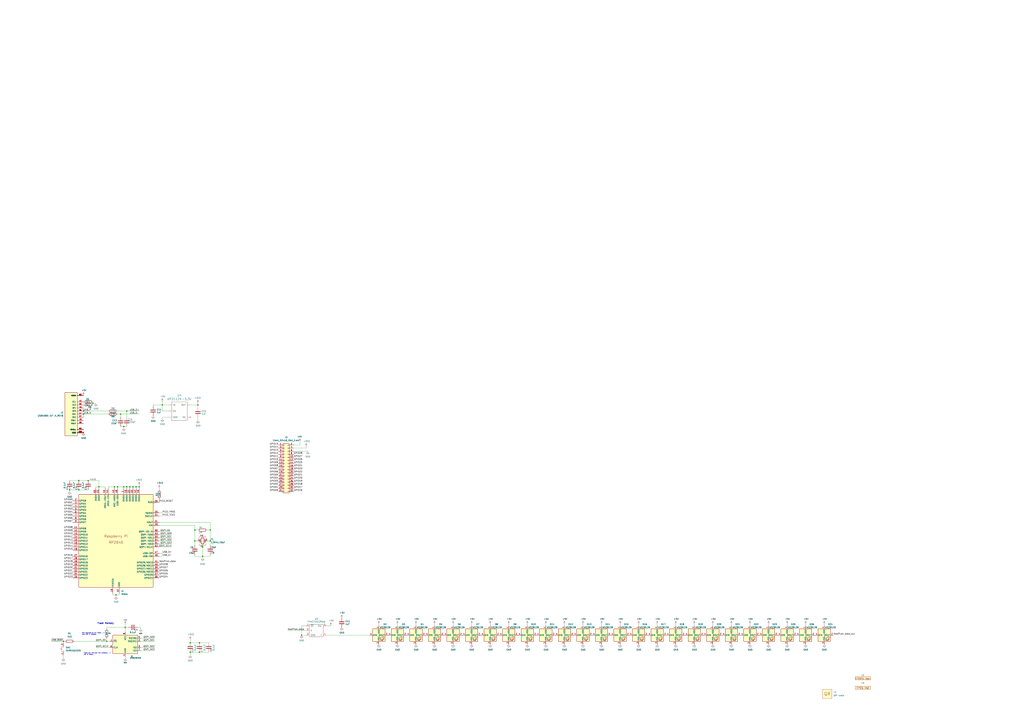
<source format=kicad_sch>
(kicad_sch (version 20250114) (generator "eeschema") (generator_version "9.0")
  (paper "A1")
  (title_block (title "IO module") (date "2024-05-22") (rev "1.5.0") (company "EVAbits") (comment 1 "H.A. Bogerman & H.M. Hongerkamp"))
  (text "Flash Memory" (at 80.01 513.08 0) (effects (font (size 1.27 1.27) (thickness 0.254) (bold yes)) (justify left bottom)))
  (text "Not required by all Flash. ->\nUse 10K if needed." (at 67.31 521.97 0) (effects (font (size 0.8 0.8)) (justify left bottom)))
  (text "There are JVS and FVS versions. ->\nJVS is faster." (at 68.58 538.48 0) (effects (font (size 0.8 0.8)) (justify left bottom)))
  (junction (at 68.58 340.36))
  (junction (at 104.14 400.05))
  (junction (at 172.72 444.5))
  (junction (at 163.83 535.94))
  (junction (at 114.3 400.05))
  (junction (at 96.52 400.05))
  (junction (at 93.98 400.05))
  (junction (at 104.14 337.82))
  (junction (at 162.56 332.74))
  (junction (at 68.58 337.82))
  (junction (at 109.22 400.05))
  (junction (at 172.72 435.61))
  (junction (at 106.68 400.05))
  (junction (at 166.37 449.58))
  (junction (at 247.65 521.97))
  (junction (at 160.02 435.61))
  (junction (at 166.37 457.2))
  (junction (at 81.28 400.05))
  (junction (at 64.77 394.97))
  (junction (at 160.02 444.5))
  (junction (at 133.35 332.74))
  (junction (at 76.2 331.47))
  (junction (at 102.87 515.62))
  (junction (at 52.07 527.05))
  (junction (at 68.58 355.6))
  (junction (at 87.63 527.05))
  (junction (at 163.83 528.32))
  (junction (at 101.6 400.05))
  (junction (at 101.6 350.52))
  (junction (at 72.39 394.97))
  (junction (at 156.21 528.32))
  (junction (at 156.21 535.94))
  (junction (at 57.15 402.59))
  (junction (at 95.25 488.95))
  (junction (at 64.77 402.59))
  (junction (at 111.76 400.05))
  (junction (at 99.06 340.36))
  (wire (pts (xy 615.95 513.08) (xy 615.95 514.35)))
  (wire (pts (xy 156.21 535.94) (xy 156.21 538.48)))
  (wire (pts (xy 106.68 400.05) (xy 109.22 400.05)))
  (wire (pts (xy 251.46 368.3) (xy 251.46 367.03)))
  (wire (pts (xy 64.77 402.59) (xy 72.39 402.59)))
  (wire (pts (xy 102.87 515.62) (xy 105.41 515.62)))
  (wire (pts (xy 130.81 447.04) (xy 140.97 447.04)))
  (wire (pts (xy 372.11 513.08) (xy 372.11 514.35)))
  (wire (pts (xy 130.81 449.58) (xy 140.97 449.58)))
  (wire (pts (xy 156.21 332.74) (xy 162.56 332.74)))
  (wire (pts (xy 60.96 527.05) (xy 87.63 527.05)))
  (wire (pts (xy 166.37 458.47) (xy 166.37 457.2)))
  (wire (pts (xy 417.83 513.08) (xy 417.83 514.35)))
  (wire (pts (xy 96.52 400.05) (xy 101.6 400.05)))
  (wire (pts (xy 102.87 513.08) (xy 102.87 515.62)))
  (wire (pts (xy 68.58 340.36) (xy 88.9 340.36)))
  (wire (pts (xy 68.58 335.28) (xy 68.58 337.82)))
  (wire (pts (xy 52.07 527.05) (xy 52.07 528.32)))
  (wire (pts (xy 570.23 513.08) (xy 570.23 514.35)))
  (wire (pts (xy 86.36 400.05) (xy 81.28 400.05)))
  (wire (pts (xy 162.56 345.44) (xy 162.56 342.9)))
  (wire (pts (xy 387.35 513.08) (xy 387.35 514.35)))
  (wire (pts (xy 247.65 521.97) (xy 251.46 521.97)))
  (wire (pts (xy 172.72 457.2) (xy 172.72 455.93)))
  (wire (pts (xy 172.72 444.5) (xy 172.72 435.61)))
  (wire (pts (xy 115.57 534.67) (xy 127 534.67)))
  (wire (pts (xy 104.14 350.52) (xy 101.6 350.52)))
  (wire (pts (xy 133.35 332.74) (xy 133.35 337.82)))
  (wire (pts (xy 166.37 439.42) (xy 166.37 449.58)))
  (wire (pts (xy 109.22 400.05) (xy 111.76 400.05)))
  (wire (pts (xy 160.02 457.2) (xy 160.02 455.93)))
  (wire (pts (xy 341.63 513.08) (xy 341.63 514.35)))
  (wire (pts (xy 102.87 515.62) (xy 102.87 519.43)))
  (wire (pts (xy 78.74 400.05) (xy 78.74 401.32)))
  (wire (pts (xy 130.81 410.21) (xy 130.81 412.75)))
  (wire (pts (xy 524.51 513.08) (xy 524.51 514.35)))
  (wire (pts (xy 162.56 435.61) (xy 160.02 435.61)))
  (wire (pts (xy 631.19 513.08) (xy 631.19 514.35)))
  (wire (pts (xy 133.35 344.17) (xy 133.35 342.9)))
  (wire (pts (xy 52.07 538.48) (xy 52.07 541.02)))
  (wire (pts (xy 241.3 368.3) (xy 251.46 368.3)))
  (wire (pts (xy 463.55 513.08) (xy 463.55 514.35)))
  (wire (pts (xy 130.81 439.42) (xy 140.97 439.42)))
  (wire (pts (xy 101.6 350.52) (xy 99.06 350.52)))
  (wire (pts (xy 133.35 337.82) (xy 138.43 337.82)))
  (wire (pts (xy 87.63 527.05) (xy 90.17 527.05)))
  (wire (pts (xy 160.02 457.2) (xy 166.37 457.2)))
  (wire (pts (xy 78.74 532.13) (xy 90.17 532.13)))
  (wire (pts (xy 101.6 350.52) (xy 101.6 351.79)))
  (wire (pts (xy 102.87 539.75) (xy 102.87 541.02)))
  (wire (pts (xy 133.35 332.74) (xy 138.43 332.74)))
  (wire (pts (xy 236.22 518.16) (xy 251.46 518.16)))
  (wire (pts (xy 267.97 514.35) (xy 271.78 514.35)))
  (wire (pts (xy 109.22 400.05) (xy 109.22 401.32)))
  (wire (pts (xy 160.02 444.5) (xy 160.02 448.31)))
  (wire (pts (xy 600.71 513.08) (xy 600.71 514.35)))
  (wire (pts (xy 78.74 331.47) (xy 76.2 331.47)))
  (wire (pts (xy 172.72 448.31) (xy 172.72 444.5)))
  (wire (pts (xy 99.06 340.36) (xy 96.52 340.36)))
  (wire (pts (xy 133.35 342.9) (xy 138.43 342.9)))
  (wire (pts (xy 101.6 400.05) (xy 104.14 400.05)))
  (wire (pts (xy 64.77 394.97) (xy 72.39 394.97)))
  (wire (pts (xy 72.39 394.97) (xy 81.28 394.97)))
  (wire (pts (xy 356.87 513.08) (xy 356.87 514.35)))
  (wire (pts (xy 104.14 337.82) (xy 96.52 337.82)))
  (wire (pts (xy 101.6 400.05) (xy 101.6 401.32)))
  (wire (pts (xy 87.63 516.89) (xy 87.63 515.62)))
  (wire (pts (xy 41.91 527.05) (xy 52.07 527.05)))
  (wire (pts (xy 111.76 400.05) (xy 114.3 400.05)))
  (wire (pts (xy 171.45 528.32) (xy 163.83 528.32)))
  (wire (pts (xy 115.57 524.51) (xy 127 524.51)))
  (wire (pts (xy 81.28 394.97) (xy 81.28 400.05)))
  (wire (pts (xy 93.98 400.05) (xy 93.98 401.32)))
  (wire (pts (xy 87.63 515.62) (xy 102.87 515.62)))
  (wire (pts (xy 57.15 402.59) (xy 64.77 402.59)))
  (wire (pts (xy 133.35 330.2) (xy 133.35 332.74)))
  (wire (pts (xy 76.2 331.47) (xy 76.2 332.74)))
  (wire (pts (xy 676.91 513.08) (xy 676.91 514.35)))
  (wire (pts (xy 97.79 487.68) (xy 97.79 488.95)))
  (wire (pts (xy 130.81 441.96) (xy 140.97 441.96)))
  (wire (pts (xy 95.25 488.95) (xy 92.71 488.95)))
  (wire (pts (xy 81.28 400.05) (xy 78.74 400.05)))
  (wire (pts (xy 661.67 513.08) (xy 661.67 514.35)))
  (wire (pts (xy 104.14 400.05) (xy 106.68 400.05)))
  (wire (pts (xy 163.83 535.94) (xy 156.21 535.94)))
  (wire (pts (xy 166.37 449.58) (xy 166.37 457.2)))
  (wire (pts (xy 68.58 337.82) (xy 88.9 337.82)))
  (wire (pts (xy 114.3 337.82) (xy 104.14 337.82)))
  (wire (pts (xy 114.3 400.05) (xy 114.3 401.32)))
  (wire (pts (xy 156.21 528.32) (xy 163.83 528.32)))
  (wire (pts (xy 251.46 514.35) (xy 247.65 514.35)))
  (wire (pts (xy 133.35 424.18) (xy 130.81 424.18)))
  (wire (pts (xy 93.98 400.05) (xy 96.52 400.05)))
  (wire (pts (xy 170.18 444.5) (xy 172.72 444.5)))
  (wire (pts (xy 76.2 331.47) (xy 76.2 330.2)))
  (wire (pts (xy 113.03 515.62) (xy 115.57 515.62)))
  (wire (pts (xy 86.36 401.32) (xy 86.36 400.05)))
  (wire (pts (xy 104.14 400.05) (xy 104.14 401.32)))
  (wire (pts (xy 246.38 365.76) (xy 246.38 363.22)))
  (wire (pts (xy 99.06 340.36) (xy 99.06 342.9)))
  (wire (pts (xy 162.56 444.5) (xy 160.02 444.5)))
  (wire (pts (xy 111.76 400.05) (xy 111.76 401.32)))
  (wire (pts (xy 133.35 421.64) (xy 130.81 421.64)))
  (wire (pts (xy 494.03 513.08) (xy 494.03 514.35)))
  (wire (pts (xy 130.81 401.32) (xy 130.81 402.59)))
  (wire (pts (xy 585.47 513.08) (xy 585.47 514.35)))
  (wire (pts (xy 509.27 513.08) (xy 509.27 514.35)))
  (wire (pts (xy 68.58 340.36) (xy 68.58 342.9)))
  (wire (pts (xy 92.71 488.95) (xy 92.71 487.68)))
  (wire (pts (xy 88.9 401.32) (xy 88.9 400.05)))
  (wire (pts (xy 130.81 436.88) (xy 139.7 436.88)))
  (wire (pts (xy 125.73 332.74) (xy 133.35 332.74)))
  (wire (pts (xy 87.63 524.51) (xy 87.63 527.05)))
  (wire (pts (xy 448.31 513.08) (xy 448.31 514.35)))
  (wire (pts (xy 57.15 402.59) (xy 57.15 403.86)))
  (wire (pts (xy 170.18 435.61) (xy 172.72 435.61)))
  (wire (pts (xy 95.25 490.22) (xy 95.25 488.95)))
  (wire (pts (xy 125.73 334.01) (xy 125.73 332.74)))
  (wire (pts (xy 114.3 340.36) (xy 99.06 340.36)))
  (wire (pts (xy 130.81 431.8) (xy 160.02 431.8)))
  (wire (pts (xy 171.45 535.94) (xy 163.83 535.94)))
  (wire (pts (xy 433.07 513.08) (xy 433.07 514.35)))
  (wire (pts (xy 114.3 398.78) (xy 114.3 400.05)))
  (wire (pts (xy 115.57 532.13) (xy 127 532.13)))
  (wire (pts (xy 96.52 400.05) (xy 96.52 401.32)))
  (wire (pts (xy 267.97 521.97) (xy 303.53 521.97)))
  (wire (pts (xy 104.14 337.82) (xy 104.14 342.9)))
  (wire (pts (xy 106.68 400.05) (xy 106.68 401.32)))
  (wire (pts (xy 130.81 454.66) (xy 133.35 454.66)))
  (wire (pts (xy 156.21 525.78) (xy 156.21 528.32)))
  (wire (pts (xy 162.56 331.47) (xy 162.56 332.74)))
  (wire (pts (xy 68.58 353.06) (xy 68.58 355.6)))
  (wire (pts (xy 97.79 488.95) (xy 95.25 488.95)))
  (wire (pts (xy 160.02 435.61) (xy 160.02 444.5)))
  (wire (pts (xy 115.57 515.62) (xy 115.57 516.89)))
  (wire (pts (xy 162.56 332.74) (xy 162.56 335.28)))
  (wire (pts (xy 646.43 513.08) (xy 646.43 514.35)))
  (wire (pts (xy 166.37 457.2) (xy 172.72 457.2)))
  (wire (pts (xy 247.65 514.35) (xy 247.65 521.97)))
  (wire (pts (xy 172.72 435.61) (xy 172.72 429.26)))
  (wire (pts (xy 478.79 513.08) (xy 478.79 514.35)))
  (wire (pts (xy 241.3 370.84) (xy 252.73 370.84)))
  (wire (pts (xy 81.28 400.05) (xy 81.28 401.32)))
  (wire (pts (xy 130.81 429.26) (xy 172.72 429.26)))
  (wire (pts (xy 52.07 527.05) (xy 53.34 527.05)))
  (wire (pts (xy 241.3 365.76) (xy 246.38 365.76)))
  (wire (pts (xy 402.59 513.08) (xy 402.59 514.35)))
  (wire (pts (xy 115.57 527.05) (xy 127 527.05)))
  (wire (pts (xy 539.75 513.08) (xy 539.75 514.35)))
  (wire (pts (xy 554.99 513.08) (xy 554.99 514.35)))
  (wire (pts (xy 88.9 400.05) (xy 93.98 400.05)))
  (wire (pts (xy 326.39 513.08) (xy 326.39 514.35)))
  (wire (pts (xy 160.02 435.61) (xy 160.02 431.8)))
  (wire (pts (xy 311.15 513.08) (xy 311.15 514.35)))
  (wire (pts (xy 130.81 444.5) (xy 140.97 444.5)))
  (wire (pts (xy 57.15 394.97) (xy 64.77 394.97)))
  (wire (pts (xy 130.81 457.2) (xy 133.35 457.2)))
  (label "GPIO13" (at 59.69 447.04 180))
  (label "GPIO15" (at 228.6 365.76 180))
  (label "GPIO27" (at 130.81 467.36 0))
  (label "GPIO08" (at 228.6 383.54 180))
  (label "GPIO22" (at 59.69 472.44 180))
  (label "GPIO24" (at 241.3 383.54 0))
  (label "+1v1" (at 73.66 394.97 0))
  (label "GPIO02" (at 59.69 416.56 180))
  (label "USB_D-" (at 114.3 340.36 180))
  (label "GPIO04" (at 228.6 393.7 180))
  (label "PICO_RESET" (at 130.81 412.75 0))
  (label "QSPI_SS" (at 139.7 436.88 180) (effects (font (italic yes))))
  (label "GPIO25" (at 130.81 472.44 0))
  (label "GPIO09" (at 59.69 436.88 180))
  (label "GPIO26" (at 241.3 378.46 0))
  (label "GPIO27" (at 241.3 375.92 0))
  (label "PICO_TCKS" (at 133.35 424.18 0))
  (label "USB_D-" (at 133.35 457.2 0))
  (label "GPIO00" (at 228.6 403.86 180))
  (label "GPIO01" (at 228.6 401.32 180))
  (label "GPIO11" (at 59.69 441.96 180))
  (label "GPIO05" (at 59.69 424.18 180))
  (label "GPIO14" (at 228.6 368.3 180))
  (label "PICO_TMSS" (at 133.35 421.64 0))
  (label "QSPI_SD0" (at 140.97 439.42 180) (effects (font (italic yes))))
  (label "QSPI_SD2" (at 140.97 444.5 180) (effects (font (italic yes))))
  (label "QSPI_SD2" (at 127 532.13 180) (effects (font (italic yes))))
  (label "GPIO22" (at 241.3 388.62 0))
  (label "GPIO25" (at 241.3 381 0))
  (label "USB_D+" (at 133.35 454.66 0))
  (label "GPIO21" (at 241.3 391.16 0))
  (label "QSPI_SCLK" (at 78.74 532.13 0) (effects (font (italic yes))))
  (label "USB_P" (at 68.58 337.82 0))
  (label "GPIO09" (at 228.6 381 180))
  (label "GPIO16" (at 241.3 403.86 0))
  (label "GPIO04" (at 59.69 421.64 180))
  (label "GPIO11" (at 228.6 375.92 180))
  (label "GPIO10" (at 59.69 439.42 180))
  (label "GPIO19" (at 241.3 396.24 0))
  (label "GPIO02" (at 228.6 398.78 180))
  (label "GPIO03" (at 59.69 419.1 180))
  (label "GPIO18" (at 241.3 398.78 0))
  (label "GPIO26" (at 130.81 469.9 0))
  (label "USB_N" (at 68.58 340.36 0))
  (label "GPIO00" (at 59.69 411.48 180))
  (label "QSPI_SCLK" (at 140.97 449.58 180) (effects (font (italic yes))))
  (label "GPIO06" (at 59.69 426.72 180))
  (label "GPIO13" (at 228.6 370.84 180))
  (label "GPIO23" (at 59.69 474.98 180))
  (label "GPIO23" (at 241.3 386.08 0))
  (label "GPIO28" (at 241.3 373.38 0))
  (label "GPIO17" (at 241.3 401.32 0))
  (label "GPIO20" (at 241.3 393.7 0))
  (label "NeoPixel_data_out" (at 684.53 521.97 0))
  (label "GPIO17" (at 59.69 459.74 180))
  (label "QSPI_SD3" (at 127 534.67 180) (effects (font (italic yes))))
  (label "GPIO28" (at 130.81 464.82 0))
  (label "GPIO21" (at 59.69 469.9 180))
  (label "GPIO16" (at 59.69 457.2 180))
  (label "GPIO12" (at 228.6 373.38 180))
  (label "GPIO01" (at 59.69 414.02 180))
  (label "GPIO10" (at 228.6 378.46 180))
  (label "GPIO20" (at 59.69 467.36 180))
  (label "GPIO06" (at 228.6 388.62 180))
  (label "GPIO03" (at 228.6 396.24 180))
  (label "NeoPixel_data" (at 130.81 462.28 0))
  (label "GPIO24" (at 130.81 474.98 0))
  (label "GPIO19" (at 59.69 464.82 180))
  (label "USB_D+" (at 114.3 337.82 180))
  (label "GPIO18" (at 59.69 462.28 180))
  (label "NeoPixel_data" (at 236.22 518.16 0))
  (label "GPIO08" (at 59.69 434.34 180))
  (label "~{USB_BOOT}" (at 52.07 527.05 180))
  (label "GPIO14" (at 59.69 449.58 180))
  (label "QSPI_SS" (at 78.74 527.05 0) (effects (font (italic yes))))
  (label "QSPI_SD3" (at 140.97 447.04 180) (effects (font (italic yes))))
  (label "GPIO05" (at 228.6 391.16 180))
  (label "GPIO07" (at 59.69 429.26 180))
  (label "QSPI_SD1" (at 127 527.05 180) (effects (font (italic yes))))
  (label "GPIO15" (at 59.69 452.12 180))
  (label "GPIO07" (at 228.6 386.08 180))
  (label "QSPI_SD0" (at 127 524.51 180) (effects (font (italic yes))))
  (label "QSPI_SD1" (at 140.97 441.96 180) (effects (font (italic yes))))
  (label "GPIO12" (at 59.69 444.5 180))
  (symbol (lib_id "_EVAbits_Powermanagement_ICs:AP2112K-3.3V") (at 148.59 337.82 0) (unit 1)
    (property "Reference" "U4" (at 147.32 324.866 0) (effects (font (size 1.778 1.778))))
    (property "Value" "AP2112K-3.3V" (at 147.32 327.9394 0) (effects (font (size 1.778 1.778))))
    (property "Footprint" "Package_TO_SOT_SMD:TSOT-23-5" (effects (hide yes)))
  )
  (symbol (lib_id "power:+5V") (at 68.58 325.12 0) (unit 1)
    (property "Reference" "#PWR023" (effects (hide yes)))
    (property "Value" "+5V" (at 68.961 320.7258 0))
  )
  (symbol (lib_id "LED:WS2812B") (at 570.23 521.97 0) (unit 1)
    (property "Reference" "D19" (at 575.31 513.08 0))
    (property "Value" "WS2812B" (at 575.31 515.62 0))
    (property "Footprint" "LED_SMD:LED_WS2812B_PLCC4_5.0x5.0mm_P3.2mm" (effects (hide yes)))
    (property "Datasheet" "https://cdn-shop.adafruit.com/datasheets/WS2812B.pdf" (effects (hide yes)))
    (property "Description" "RGB LED with integrated controller" (effects (hide yes)))
  )
  (symbol (lib_id "Device:C") (at 109.22 515.62 270) (mirror x) (unit 1)
    (property "Reference" "C4" (at 111.76 517.525 90))
    (property "Value" "0.1uF" (at 109.22 519.7094 90))
    (property "Footprint" "_EVAbits_Passives:C_0402_1005Metric" (effects (hide yes)))
  )
  (symbol (lib_id "power:GND") (at 433.07 529.59 0) (unit 1)
    (property "Reference" "#PWR047" (effects (hide yes)))
    (property "Value" "GND" (at 433.197 533.9842 0))
  )
  (symbol (lib_id "power:GND") (at 448.31 529.59 0) (unit 1)
    (property "Reference" "#PWR049" (effects (hide yes)))
    (property "Value" "GND" (at 448.437 533.9842 0))
  )
  (symbol (lib_id "power:+5V") (at 463.55 513.08 0) (unit 1)
    (property "Reference" "#PWR050" (effects (hide yes)))
    (property "Value" "+5V" (at 463.931 508.6858 0))
  )
  (symbol (lib_id "power:GND") (at 356.87 529.59 0) (unit 1)
    (property "Reference" "#PWR037" (effects (hide yes)))
    (property "Value" "GND" (at 356.997 533.9842 0))
  )
  (symbol (lib_id "power:+5V") (at 311.15 513.08 0) (unit 1)
    (property "Reference" "#PWR017" (effects (hide yes)))
    (property "Value" "+5V" (at 311.531 508.6858 0))
  )
  (symbol (lib_id "power:GND") (at 162.56 345.44 0) (unit 1)
    (property "Reference" "#PWR032" (effects (hide yes)))
    (property "Value" "GND" (at 162.687 349.8342 0))
  )
  (symbol (lib_id "power:+5V") (at 478.79 513.08 0) (unit 1)
    (property "Reference" "#PWR052" (effects (hide yes)))
    (property "Value" "+5V" (at 479.171 508.6858 0))
  )
  (symbol (lib_id "_EVAbits_Passives:R_0603") (at 72.39 332.74 90) (mirror x) (unit 1)
    (property "Reference" "R6" (at 75.184 334.772 90) (effects (justify left)))
    (property "Value" "5k1" (at 74.168 332.74 90) (effects (justify left)))
    (property "Footprint" "_EVAbits_Passives:R_0603_1608Metric" (effects (hide yes)))
  )
  (symbol (lib_id "power:+5V") (at 133.35 330.2 0) (unit 1)
    (property "Reference" "#PWR029" (effects (hide yes)))
    (property "Value" "+5V" (at 133.731 325.8058 0))
  )
  (symbol (lib_id "power:GND") (at 402.59 529.59 0) (unit 1)
    (property "Reference" "#PWR043" (effects (hide yes)))
    (property "Value" "GND" (at 402.717 533.9842 0))
  )
  (symbol (lib_id "Device:C") (at 72.39 398.78 0) (mirror x) (unit 1)
    (property "Reference" "C3" (at 70.485 401.32 90))
    (property "Value" "0.1uF" (at 68.3006 398.78 90))
    (property "Footprint" "_EVAbits_Passives:C_0402_1005Metric" (effects (hide yes)))
  )
  (symbol (lib_id "_EVAbits_Passives:0.1uF") (at 104.14 346.71 180) (unit 1)
    (property "Reference" "C13" (at 104.775 344.805 0) (effects (justify right)))
    (property "Value" "22pF" (at 106.553 346.837 0) (effects (justify right)))
    (property "Footprint" "_EVAbits_Passives:C_0402_1005Metric" (effects (hide yes)))
  )
  (symbol (lib_id "power:GND") (at 615.95 529.59 0) (unit 1)
    (property "Reference" "#PWR071" (effects (hide yes)))
    (property "Value" "GND" (at 616.077 533.9842 0))
  )
  (symbol (lib_id "power:GND") (at 600.71 529.59 0) (unit 1)
    (property "Reference" "#PWR069" (effects (hide yes)))
    (property "Value" "GND" (at 600.837 533.9842 0))
  )
  (symbol (lib_id "power:GND") (at 661.67 529.59 0) (unit 1)
    (property "Reference" "#PWR077" (effects (hide yes)))
    (property "Value" "GND" (at 661.797 533.9842 0))
  )
  (symbol (lib_id "power:+3V3") (at 102.87 513.08 0) (unit 1)
    (property "Reference" "#PWR04" (effects (hide yes)))
    (property "Value" "+3V3" (at 102.743 509.4478 0) (effects (font (size 0.8 0.8))))
  )
  (symbol (lib_id "_EVAbits_Passives:1uF") (at 162.56 339.09 180) (unit 1)
    (property "Reference" "C15" (at 165.481 337.9216 0) (effects (justify right)))
    (property "Value" "1uF" (at 165.481 340.233 0) (effects (justify right)))
    (property "Footprint" "_EVAbits_Passives:C_0603_1608Metric" (effects (hide yes)))
  )
  (symbol (lib_id "_EVAbits_Connectors:USB4085-GF-A_REVB") (at 58.42 340.36 0) (mirror y) (unit 1)
    (property "Reference" "J2" (at 52.07 339.0899 0) (effects (justify left)))
    (property "Value" "USB4085-GF-A_REVB" (at 52.07 341.6299 0) (effects (justify left)))
    (property "Footprint" "_EVAbits_connectors:GCT_USB4085-GF-A_REVB" (effects (hide yes)))
    (property "MF" "Global Connector Technology" (effects (hide yes)))
    (property "MAXIMUM_PACKAGE_HEIGHT" "3.16mm" (effects (hide yes)))
    (property "Package" "None" (effects (hide yes)))
    (property "Price" "None" (effects (hide yes)))
    (property "Check_prices" "https://www.snapeda.com/parts/USB4085-GF-A/Global+Connector+Technology/view-part/?ref=eda" (effects (hide yes)))
    (property "STANDARD" "Manufacturer Recommendations" (effects (hide yes)))
    (property "PARTREV" "B" (effects (hide yes)))
    (property "SnapEDA_Link" "https://www.snapeda.com/parts/USB4085-GF-A/Global+Connector+Technology/view-part/?ref=snap" (effects (hide yes)))
    (property "Partnumber" "USB4085-GF-A" (effects (hide yes)))
    (property "Purchase-URL" "https://www.snapeda.com/api/url_track_click_mouser/?unipart_id=2780390&manufacturer=Global Connector Technology&part_name=USB4085-GF-A&search_term=usb4085-gf-a" (effects (hide yes)))
    (property "Description_1" "\nUSB-C (USB TYPE-C) USB 2.0 Receptacle Connector 24 (16+8 Dummy) Position Through Hole, Right Angle, low cost, 3.46mm profile, 16 pin, horizontal, Top mount\n" (effects (hide yes)))
    (property "MANUFACTURER" "Global Connector Technology" (effects (hide yes)))
    (property "Availability" "In Stock" (effects (hide yes)))
    (property "SNAPEDA_PN" "USB4085-GF-A" (effects (hide yes)))
  )
  (symbol (lib_name "GND_2") (lib_id "power:GND") (at 52.07 541.02 0) (unit 1)
    (property "Reference" "#PWR01" (effects (hide yes)))
    (property "Value" "GND" (at 52.07 545.465 0))
  )
  (symbol (lib_id "Device:C") (at 163.83 532.13 180) (unit 1)
    (property "Reference" "C7" (at 165.735 534.67 90))
    (property "Value" "0.1uF" (at 167.9194 532.13 90))
    (property "Footprint" "_EVAbits_Passives:C_0402_1005Metric" (effects (hide yes)))
  )
  (symbol (lib_id "power:+5V") (at 661.67 513.08 0) (unit 1)
    (property "Reference" "#PWR076" (effects (hide yes)))
    (property "Value" "+5V" (at 662.051 508.6858 0))
  )
  (symbol (lib_id "_EVAbits_Passives:R_0603") (at 72.39 330.2 90) (mirror x) (unit 1)
    (property "Reference" "R5" (at 73.406 328.168 90) (effects (justify left)))
    (property "Value" "5k1" (at 74.168 330.2 90) (effects (justify left)))
    (property "Footprint" "_EVAbits_Passives:R_0603_1608Metric" (effects (hide yes)))
  )
  (symbol (lib_id "_EVAbits_Passives:0.1uF") (at 99.06 346.71 0) (mirror y) (unit 1)
    (property "Reference" "C12" (at 96.139 345.5416 0) (effects (justify left)))
    (property "Value" "22pF" (at 96.139 347.853 0) (effects (justify left)))
    (property "Footprint" "_EVAbits_Passives:C_0402_1005Metric" (effects (hide yes)))
  )
  (symbol (lib_id "power:+3V3") (at 162.56 331.47 0) (mirror y) (unit 1)
    (property "Reference" "#PWR031" (effects (hide yes)))
    (property "Value" "+3V3" (at 162.179 327.0758 0))
  )
  (symbol (lib_id "Memory_Flash:W25Q128JVS") (at 102.87 529.59 0) (unit 1)
    (property "Reference" "U2" (at 108.204 539.242 0) (effects (font (size 0.8 0.8))))
    (property "Value" "W25Q128JVSIQ" (at 111.252 540.766 0) (effects (font (size 0.8 0.8))))
    (property "Footprint" "Package_SO:SOIC-8_5.23x5.23mm_P1.27mm" (effects (hide yes)))
    (property "Datasheet" "http://www.winbond.com/resource-files/w25q128jv_dtr%20revc%2003272018%20plus.pdf" (effects (hide yes)))
  )
  (symbol (lib_id "power:+5V") (at 402.59 513.08 0) (unit 1)
    (property "Reference" "#PWR042" (effects (hide yes)))
    (property "Value" "+5V" (at 402.971 508.6858 0))
  )
  (symbol (lib_id "power:GND") (at 125.73 341.63 0) (unit 1)
    (property "Reference" "#PWR028" (effects (hide yes)))
    (property "Value" "GND" (at 125.857 346.0242 0))
  )
  (symbol (lib_id "power:GND") (at 78.74 331.47 0) (unit 1)
    (property "Reference" "#PWR025" (effects (hide yes)))
    (property "Value" "GND" (at 78.867 335.8642 0))
  )
  (symbol (lib_id "power:+5V") (at 539.75 513.08 0) (unit 1)
    (property "Reference" "#PWR060" (effects (hide yes)))
    (property "Value" "+5V" (at 540.131 508.6858 0))
  )
  (symbol (lib_id "power:GND") (at 372.11 529.59 0) (unit 1)
    (property "Reference" "#PWR039" (effects (hide yes)))
    (property "Value" "GND" (at 372.237 533.9842 0))
  )
  (symbol (lib_id "LED:WS2812B") (at 341.63 521.97 0) (unit 1)
    (property "Reference" "D4" (at 346.71 513.08 0))
    (property "Value" "WS2812B" (at 346.71 515.62 0))
    (property "Footprint" "LED_SMD:LED_WS2812B_PLCC4_5.0x5.0mm_P3.2mm" (effects (hide yes)))
    (property "Datasheet" "https://cdn-shop.adafruit.com/datasheets/WS2812B.pdf" (effects (hide yes)))
    (property "Description" "RGB LED with integrated controller" (effects (hide yes)))
  )
  (symbol (lib_id "LED:WS2812B") (at 600.71 521.97 0) (unit 1)
    (property "Reference" "D21" (at 605.79 513.08 0))
    (property "Value" "WS2812B" (at 605.79 515.62 0))
    (property "Footprint" "LED_SMD:LED_WS2812B_PLCC4_5.0x5.0mm_P3.2mm" (effects (hide yes)))
    (property "Datasheet" "https://cdn-shop.adafruit.com/datasheets/WS2812B.pdf" (effects (hide yes)))
    (property "Description" "RGB LED with integrated controller" (effects (hide yes)))
  )
  (symbol (lib_id "power:GND") (at 570.23 529.59 0) (unit 1)
    (property "Reference" "#PWR065" (effects (hide yes)))
    (property "Value" "GND" (at 570.357 533.9842 0))
  )
  (symbol (lib_id "Connector_Generic:Conn_02x16_Odd_Even") (at 233.68 383.54 0) (unit 1)
    (property "Reference" "J3" (at 234.95 359.41 0))
    (property "Value" "Conn_02x16_Odd_Even" (at 234.95 361.95 0))
    (property "Footprint" "Connector_PinHeader_2.54mm:PinHeader_2x16_P2.54mm_Horizontal" (effects (hide yes)))
    (property "Description" "Generic connector, double row, 02x16, odd/even pin numbering scheme (row 1 odd numbers, row 2 even numbers), script generated (kicad-library-utils/schlib/autogen/connector/)" (effects (hide yes)))
  )
  (symbol (lib_id "power:+3V3") (at 130.81 401.32 0) (unit 1)
    (property "Reference" "#PWR08" (effects (hide yes)))
    (property "Value" "+3V3" (at 131.191 396.9258 0))
  )
  (symbol (lib_id "power:GND") (at 247.65 521.97 0) (unit 1)
    (property "Reference" "#PWR015" (effects (hide yes)))
    (property "Value" "GND" (at 247.777 526.3642 0))
  )
  (symbol (lib_id "power:+5V") (at 417.83 513.08 0) (unit 1)
    (property "Reference" "#PWR044" (effects (hide yes)))
    (property "Value" "+5V" (at 418.211 508.6858 0))
  )
  (symbol (lib_id "Device:Crystal_GND24") (at 166.37 444.5 0) (unit 1)
    (property "Reference" "Y1" (at 174.244 443.23 0))
    (property "Value" "12MHz,10pF" (at 179.07 445.77 0))
    (property "Footprint" "Crystal:Crystal_SMD_3225-4Pin_3.2x2.5mm" (effects (hide yes)))
    (property "Datasheet" "https://www.yic.com.tw/wp-content/uploads/2022/01/XT324-Series.pdf" (effects (hide yes)))
    (property "Partnumber" "NX3225SA-12MHZ-STD-CSR-6" (effects (hide yes)))
  )
  (symbol (lib_id "LED:WS2812B") (at 585.47 521.97 0) (unit 1)
    (property "Reference" "D20" (at 590.55 513.08 0))
    (property "Value" "WS2812B" (at 590.55 515.62 0))
    (property "Footprint" "LED_SMD:LED_WS2812B_PLCC4_5.0x5.0mm_P3.2mm" (effects (hide yes)))
    (property "Datasheet" "https://cdn-shop.adafruit.com/datasheets/WS2812B.pdf" (effects (hide yes)))
    (property "Description" "RGB LED with integrated controller" (effects (hide yes)))
  )
  (symbol (lib_id "power:GND") (at 102.87 541.02 0) (unit 1)
    (property "Reference" "#PWR05" (effects (hide yes)))
    (property "Value" "GND" (at 102.87 544.576 0) (effects (font (size 0.8 0.8))))
  )
  (symbol (lib_id "power:GND") (at 252.73 370.84 0) (unit 1)
    (property "Reference" "#PWR013" (effects (hide yes)))
    (property "Value" "GND" (at 252.857 375.2342 0))
  )
  (symbol (lib_id "LED:WS2812B") (at 524.51 521.97 0) (unit 1)
    (property "Reference" "D16" (at 529.59 513.08 0))
    (property "Value" "WS2812B" (at 529.59 515.62 0))
    (property "Footprint" "LED_SMD:LED_WS2812B_PLCC4_5.0x5.0mm_P3.2mm" (effects (hide yes)))
    (property "Datasheet" "https://cdn-shop.adafruit.com/datasheets/WS2812B.pdf" (effects (hide yes)))
    (property "Description" "RGB LED with integrated controller" (effects (hide yes)))
  )
  (symbol (lib_id "power:+5V") (at 554.99 513.08 0) (unit 1)
    (property "Reference" "#PWR062" (effects (hide yes)))
    (property "Value" "+5V" (at 555.371 508.6858 0))
  )
  (symbol (lib_id "Device:C") (at 160.02 452.12 0) (unit 1)
    (property "Reference" "C6" (at 157.734 449.834 0))
    (property "Value" "10pf" (at 157.48 454.406 0))
    (property "Footprint" "_EVAbits_Passives:C_0402_1005Metric" (effects (hide yes)))
  )
  (symbol (lib_id "power:GND") (at 524.51 529.59 0) (unit 1)
    (property "Reference" "#PWR059" (effects (hide yes)))
    (property "Value" "GND" (at 524.637 533.9842 0))
  )
  (symbol (lib_id "Device:C") (at 172.72 452.12 180) (unit 1)
    (property "Reference" "C9" (at 174.752 454.406 0))
    (property "Value" "10pf" (at 175.26 449.834 0))
    (property "Footprint" "_EVAbits_Passives:C_0402_1005Metric" (effects (hide yes)))
  )
  (symbol (lib_id "power:GND") (at 280.67 515.62 0) (unit 1)
    (property "Reference" "#PWR022" (effects (hide yes)))
    (property "Value" "GND" (at 280.797 520.0142 0))
  )
  (symbol (lib_id "LED:WS2812B") (at 448.31 521.97 0) (unit 1)
    (property "Reference" "D11" (at 453.39 513.08 0))
    (property "Value" "WS2812B" (at 453.39 515.62 0))
    (property "Footprint" "LED_SMD:LED_WS2812B_PLCC4_5.0x5.0mm_P3.2mm" (effects (hide yes)))
    (property "Datasheet" "https://cdn-shop.adafruit.com/datasheets/WS2812B.pdf" (effects (hide yes)))
    (property "Description" "RGB LED with integrated controller" (effects (hide yes)))
  )
  (symbol (lib_id "power:+5V") (at 448.31 513.08 0) (unit 1)
    (property "Reference" "#PWR048" (effects (hide yes)))
    (property "Value" "+5V" (at 448.691 508.6858 0))
  )
  (symbol (lib_id "Device:C") (at 57.15 398.78 0) (mirror x) (unit 1)
    (property "Reference" "C1" (at 55.245 401.32 90))
    (property "Value" "0.1uF" (at 53.0606 398.78 90))
    (property "Footprint" "_EVAbits_Passives:C_0402_1005Metric" (effects (hide yes)))
  )
  (symbol (lib_id "power:+5V") (at 433.07 513.08 0) (unit 1)
    (property "Reference" "#PWR046" (effects (hide yes)))
    (property "Value" "+5V" (at 433.451 508.6858 0))
  )
  (symbol (lib_id "power:GND") (at 326.39 529.59 0) (unit 1)
    (property "Reference" "#PWR033" (effects (hide yes)))
    (property "Value" "GND" (at 326.517 533.9842 0))
  )
  (symbol (lib_id "power:+5V") (at 280.67 508 0) (unit 1)
    (property "Reference" "#PWR087" (effects (hide yes)))
    (property "Value" "+5V" (at 281.051 503.6058 0))
  )
  (symbol (lib_id "_EVAbits_logos:EVAjig_logo") (at 708.66 565.15 0) (mirror y) (unit 1)
    (property "Reference" "V3" (at 708.66 561.34 0))
    (property "Value" "evajig_logo" (effects (hide yes)))
    (property "Footprint" "_EVAbits_SilkLogos:evajig_logo_40x10" (effects (hide yes)))
    (property "Partnumber" "DNP" (effects (hide yes)))
  )
  (symbol (lib_id "_EVAbits_Interface_ICs:74HCT1G125GW") (at 254 513.08 0) (unit 1)
    (property "Reference" "U3" (at 259.715 508.635 0))
    (property "Value" "74HCT1G125GW" (at 259.715 510.9464 0))
    (property "Footprint" "Package_TO_SOT_SMD:SOT-353_SC-70-5" (effects (hide yes)))
  )
  (symbol (lib_id "power:GND") (at 101.6 351.79 0) (mirror y) (unit 1)
    (property "Reference" "#PWR027" (effects (hide yes)))
    (property "Value" "GND" (at 101.473 356.1842 0))
  )
  (symbol (lib_id "power:GND") (at 387.35 529.59 0) (unit 1)
    (property "Reference" "#PWR041" (effects (hide yes)))
    (property "Value" "GND" (at 387.477 533.9842 0))
  )
  (symbol (lib_id "power:+5V") (at 676.91 513.08 0) (unit 1)
    (property "Reference" "#PWR078" (effects (hide yes)))
    (property "Value" "+5V" (at 677.291 508.6858 0))
  )
  (symbol (lib_name "GND_1") (lib_id "power:GND") (at 166.37 458.47 0) (unit 1)
    (property "Reference" "#PWR014" (effects (hide yes)))
    (property "Value" "GND" (at 166.37 463.55 0))
  )
  (symbol (lib_id "power:+5V") (at 615.95 513.08 0) (unit 1)
    (property "Reference" "#PWR070" (effects (hide yes)))
    (property "Value" "+5V" (at 616.331 508.6858 0))
  )
  (symbol (lib_id "power:GND") (at 156.21 538.48 0) (unit 1)
    (property "Reference" "#PWR011" (effects (hide yes)))
    (property "Value" "GND" (at 156.337 542.8742 0))
  )
  (symbol (lib_id "power:+3V3") (at 251.46 367.03 0) (unit 1)
    (property "Reference" "#PWR09" (effects (hide yes)))
    (property "Value" "+3V3" (at 251.841 362.6358 0))
  )
  (symbol (lib_id "Device:R") (at 166.37 435.61 270) (unit 1)
    (property "Reference" "R4" (at 165.1 433.578 90))
    (property "Value" "1M" (at 164.592 437.642 90))
    (property "Footprint" "_EVAbits_Passives:R_0603_1608Metric" (effects (hide yes)))
  )
  (symbol (lib_id "power:GND") (at 509.27 529.59 0) (unit 1)
    (property "Reference" "#PWR057" (effects (hide yes)))
    (property "Value" "GND" (at 509.397 533.9842 0))
  )
  (symbol (lib_id "LED:WS2812B") (at 661.67 521.97 0) (unit 1)
    (property "Reference" "D26" (at 666.75 513.08 0))
    (property "Value" "WS2812B" (at 666.75 515.62 0))
    (property "Footprint" "LED_SMD:LED_WS2812B_PLCC4_5.0x5.0mm_P3.2mm" (effects (hide yes)))
    (property "Datasheet" "https://cdn-shop.adafruit.com/datasheets/WS2812B.pdf" (effects (hide yes)))
    (property "Description" "RGB LED with integrated controller" (effects (hide yes)))
  )
  (symbol (lib_id "power:+3V3") (at 114.3 398.78 0) (mirror y) (unit 1)
    (property "Reference" "#PWR06" (effects (hide yes)))
    (property "Value" "+3V3" (at 113.919 394.3858 0))
  )
  (symbol (lib_id "LED:WS2812B") (at 554.99 521.97 0) (unit 1)
    (property "Reference" "D18" (at 560.07 513.08 0))
    (property "Value" "WS2812B" (at 560.07 515.62 0))
    (property "Footprint" "LED_SMD:LED_WS2812B_PLCC4_5.0x5.0mm_P3.2mm" (effects (hide yes)))
    (property "Datasheet" "https://cdn-shop.adafruit.com/datasheets/WS2812B.pdf" (effects (hide yes)))
    (property "Description" "RGB LED with integrated controller" (effects (hide yes)))
  )
  (symbol (lib_id "LED:WS2812B") (at 463.55 521.97 0) (unit 1)
    (property "Reference" "D12" (at 468.63 513.08 0))
    (property "Value" "WS2812B" (at 468.63 515.62 0))
    (property "Footprint" "LED_SMD:LED_WS2812B_PLCC4_5.0x5.0mm_P3.2mm" (effects (hide yes)))
    (property "Datasheet" "https://cdn-shop.adafruit.com/datasheets/WS2812B.pdf" (effects (hide yes)))
    (property "Description" "RGB LED with integrated controller" (effects (hide yes)))
  )
  (symbol (lib_id "_EVAbits_MCUs:RP2040") (at 64.77 482.6 0) (unit 1)
    (property "Reference" "U1" (at 99.8094 485.775 0) (effects (font (size 0.8 0.8)) (justify left)))
    (property "Value" "RP2040" (at 99.8094 488.315 0) (effects (font (size 0.8 0.8)) (justify left)))
    (property "Footprint" "_EVAbits_Package:QFN-56-1EP_7x7mm_P0.4mm_EP3.1x3.1mm_ThermalVias" (effects (hide yes)))
    (property "Datasheet" "https://datasheets.raspberrypi.org/rp2040/rp2040-datasheet.pdf" (effects (hide yes)))
    (property "Author" "CIRCUITSTATE Electronics" (effects (hide yes)))
    (property "License" "CC BY 4.0" (effects (hide yes)))
    (property "Revision" "1.3" (effects (hide yes)))
  )
  (symbol (lib_id "power:+5V") (at 631.19 513.08 0) (unit 1)
    (property "Reference" "#PWR072" (effects (hide yes)))
    (property "Value" "+5V" (at 631.571 508.6858 0))
  )
  (symbol (lib_id "Device:R") (at 92.71 340.36 270) (unit 1)
    (property "Reference" "R9" (at 92.71 342.392 90))
    (property "Value" "27R" (at 92.583 340.36 90))
    (property "Footprint" "_EVAbits_Passives:R_0603_1608Metric" (effects (hide yes)))
  )
  (symbol (lib_id "LED:WS2812B") (at 433.07 521.97 0) (unit 1)
    (property "Reference" "D10" (at 438.15 513.08 0))
    (property "Value" "WS2812B" (at 438.15 515.62 0))
    (property "Footprint" "LED_SMD:LED_WS2812B_PLCC4_5.0x5.0mm_P3.2mm" (effects (hide yes)))
    (property "Datasheet" "https://cdn-shop.adafruit.com/datasheets/WS2812B.pdf" (effects (hide yes)))
    (property "Description" "RGB LED with integrated controller" (effects (hide yes)))
  )
  (symbol (lib_id "power:GND") (at 57.15 403.86 0) (unit 1)
    (property "Reference" "#PWR02" (effects (hide yes)))
    (property "Value" "GND" (at 57.277 408.2542 0))
  )
  (symbol (lib_id "power:+5V") (at 585.47 513.08 0) (unit 1)
    (property "Reference" "#PWR066" (effects (hide yes)))
    (property "Value" "+5V" (at 585.851 508.6858 0))
  )
  (symbol (lib_id "Device:R") (at 92.71 337.82 270) (unit 1)
    (property "Reference" "R8" (at 92.71 335.661 90))
    (property "Value" "27R" (at 92.71 337.82 90))
    (property "Footprint" "_EVAbits_Passives:R_0603_1608Metric" (effects (hide yes)))
  )
  (symbol (lib_id "power:+5V") (at 494.03 513.08 0) (unit 1)
    (property "Reference" "#PWR054" (effects (hide yes)))
    (property "Value" "+5V" (at 494.411 508.6858 0))
  )
  (symbol (lib_id "_EVAbits_Passives:R_0603") (at 57.15 527.05 90) (unit 1)
    (property "Reference" "R1" (at 57.15 520.7 90))
    (property "Value" "1k5" (at 57.15 523.24 90))
    (property "Footprint" "_EVAbits_Passives:R_0603_1608Metric" (effects (hide yes)))
  )
  (symbol (lib_id "LED:WS2812B") (at 676.91 521.97 0) (unit 1)
    (property "Reference" "D24" (at 681.99 513.08 0))
    (property "Value" "WS2812B" (at 681.99 515.62 0))
    (property "Footprint" "LED_SMD:LED_WS2812B_PLCC4_5.0x5.0mm_P3.2mm" (effects (hide yes)))
    (property "Datasheet" "https://cdn-shop.adafruit.com/datasheets/WS2812B.pdf" (effects (hide yes)))
    (property "Description" "RGB LED with integrated controller" (effects (hide yes)))
  )
  (symbol (lib_id "power:+5V") (at 356.87 513.08 0) (unit 1)
    (property "Reference" "#PWR036" (effects (hide yes)))
    (property "Value" "+5V" (at 357.251 508.6858 0))
  )
  (symbol (lib_id "power:+5V") (at 326.39 513.08 0) (unit 1)
    (property "Reference" "#PWR019" (effects (hide yes)))
    (property "Value" "+5V" (at 326.771 508.6858 0))
  )
  (symbol (lib_id "LED:WS2812B") (at 539.75 521.97 0) (unit 1)
    (property "Reference" "D17" (at 544.83 513.08 0))
    (property "Value" "WS2812B" (at 544.83 515.62 0))
    (property "Footprint" "LED_SMD:LED_WS2812B_PLCC4_5.0x5.0mm_P3.2mm" (effects (hide yes)))
    (property "Datasheet" "https://cdn-shop.adafruit.com/datasheets/WS2812B.pdf" (effects (hide yes)))
    (property "Description" "RGB LED with integrated controller" (effects (hide yes)))
  )
  (symbol (lib_id "Device:R") (at 87.63 520.7 0) (unit 1)
    (property "Reference" "R2" (at 89.154 520.5476 0) (effects (font (size 0.8 0.8)) (justify left)))
    (property "Value" "DNP" (at 87.63 521.843 90) (effects (font (size 0.8 0.8)) (justify left)))
    (property "Footprint" "Resistor_SMD:R_0603_1608Metric" (effects (hide yes)))
  )
  (symbol (lib_id "power:+5V") (at 387.35 513.08 0) (unit 1)
    (property "Reference" "#PWR040" (effects (hide yes)))
    (property "Value" "+5V" (at 387.731 508.6858 0))
  )
  (symbol (lib_id "power:GND") (at 417.83 529.59 0) (unit 1)
    (property "Reference" "#PWR045" (effects (hide yes)))
    (property "Value" "GND" (at 417.957 533.9842 0))
  )
  (symbol (lib_id "LED:WS2812B") (at 646.43 521.97 0) (unit 1)
    (property "Reference" "D25" (at 651.51 513.08 0))
    (property "Value" "WS2812B" (at 651.51 515.62 0))
    (property "Footprint" "LED_SMD:LED_WS2812B_PLCC4_5.0x5.0mm_P3.2mm" (effects (hide yes)))
    (property "Datasheet" "https://cdn-shop.adafruit.com/datasheets/WS2812B.pdf" (effects (hide yes)))
    (property "Description" "RGB LED with integrated controller" (effects (hide yes)))
  )
  (symbol (lib_id "Device:C") (at 171.45 532.13 180) (unit 1)
    (property "Reference" "C8" (at 173.355 534.67 90))
    (property "Value" "0.1uF" (at 175.5394 532.13 90))
    (property "Footprint" "_EVAbits_Passives:C_0402_1005Metric" (effects (hide yes)))
  )
  (symbol (lib_id "power:GND") (at 494.03 529.59 0) (unit 1)
    (property "Reference" "#PWR055" (effects (hide yes)))
    (property "Value" "GND" (at 494.157 533.9842 0))
  )
  (symbol (lib_id "power:GND") (at 585.47 529.59 0) (unit 1)
    (property "Reference" "#PWR067" (effects (hide yes)))
    (property "Value" "GND" (at 585.597 533.9842 0))
  )
  (symbol (lib_id "power:+5V") (at 271.78 514.35 0) (unit 1)
    (property "Reference" "#PWR016" (effects (hide yes)))
    (property "Value" "+5V" (at 272.161 509.9558 0))
  )
  (symbol (lib_id "power:GND") (at 95.25 490.22 0) (unit 1)
    (property "Reference" "#PWR03" (effects (hide yes)))
    (property "Value" "GND" (at 95.377 494.6142 0))
  )
  (symbol (lib_id "LED:WS2812B") (at 387.35 521.97 0) (unit 1)
    (property "Reference" "D7" (at 392.43 513.08 0))
    (property "Value" "WS2812B" (at 392.43 515.62 0))
    (property "Footprint" "LED_SMD:LED_WS2812B_PLCC4_5.0x5.0mm_P3.2mm" (effects (hide yes)))
    (property "Datasheet" "https://cdn-shop.adafruit.com/datasheets/WS2812B.pdf" (effects (hide yes)))
    (property "Description" "RGB LED with integrated controller" (effects (hide yes)))
  )
  (symbol (lib_id "LED:WS2812B") (at 326.39 521.97 0) (unit 1)
    (property "Reference" "D3" (at 331.47 513.08 0))
    (property "Value" "WS2812B" (at 331.47 515.62 0))
    (property "Footprint" "LED_SMD:LED_WS2812B_PLCC4_5.0x5.0mm_P3.2mm" (effects (hide yes)))
    (property "Datasheet" "https://cdn-shop.adafruit.com/datasheets/WS2812B.pdf" (effects (hide yes)))
    (property "Description" "RGB LED with integrated controller" (effects (hide yes)))
  )
  (symbol (lib_id "LED:WS2812B") (at 372.11 521.97 0) (unit 1)
    (property "Reference" "D6" (at 377.19 513.08 0))
    (property "Value" "WS2812B" (at 377.19 515.62 0))
    (property "Footprint" "LED_SMD:LED_WS2812B_PLCC4_5.0x5.0mm_P3.2mm" (effects (hide yes)))
    (property "Datasheet" "https://cdn-shop.adafruit.com/datasheets/WS2812B.pdf" (effects (hide yes)))
    (property "Description" "RGB LED with integrated controller" (effects (hide yes)))
  )
  (symbol (lib_id "Switch:SW_Push") (at 52.07 533.4 90) (unit 1)
    (property "Reference" "SW1" (at 53.975 532.1299 90) (effects (justify right)))
    (property "Value" "SKRKAGE020" (at 53.975 534.6699 90) (effects (justify right)))
    (property "Footprint" "Button_Switch_SMD:SW_Push_SPST_NO_Alps_SKRK" (effects (hide yes)))
    (property "Datasheet" "https://nl.mouser.com/datasheet/2/15/SKRK-1370789.pdf" (effects (hide yes)))
    (property "Partnumber" "SKRKAGE020" (effects (hide yes)))
  )
  (symbol (lib_id "Device:R") (at 130.81 406.4 180) (unit 1)
    (property "Reference" "R3" (at 128.778 406.4 90))
    (property "Value" "10K" (at 130.937 406.4 90))
    (property "Footprint" "_EVAbits_Passives:R_0603_1608Metric" (effects (hide yes)))
  )
  (symbol (lib_id "Device:C") (at 64.77 398.78 0) (mirror x) (unit 1)
    (property "Reference" "C2" (at 62.865 401.32 90))
    (property "Value" "0.1uF" (at 60.6806 398.78 90))
    (property "Footprint" "_EVAbits_Passives:C_0402_1005Metric" (effects (hide yes)))
  )
  (symbol (lib_id "power:GND") (at 463.55 529.59 0) (unit 1)
    (property "Reference" "#PWR051" (effects (hide yes)))
    (property "Value" "GND" (at 463.677 533.9842 0))
  )
  (symbol (lib_id "LED:WS2812B") (at 356.87 521.97 0) (unit 1)
    (property "Reference" "D5" (at 361.95 513.08 0))
    (property "Value" "WS2812B" (at 361.95 515.62 0))
    (property "Footprint" "LED_SMD:LED_WS2812B_PLCC4_5.0x5.0mm_P3.2mm" (effects (hide yes)))
    (property "Datasheet" "https://cdn-shop.adafruit.com/datasheets/WS2812B.pdf" (effects (hide yes)))
    (property "Description" "RGB LED with integrated controller" (effects (hide yes)))
  )
  (symbol (lib_id "power:+5V") (at 509.27 513.08 0) (unit 1)
    (property "Reference" "#PWR056" (effects (hide yes)))
    (property "Value" "+5V" (at 509.651 508.6858 0))
  )
  (symbol (lib_id "power:+3V3") (at 156.21 525.78 0) (unit 1)
    (property "Reference" "#PWR010" (effects (hide yes)))
    (property "Value" "+3V3" (at 156.591 521.3858 0))
  )
  (symbol (lib_id "power:GND") (at 68.58 355.6 0) (unit 1)
    (property "Reference" "#PWR024" (effects (hide yes)))
    (property "Value" "GND" (at 68.707 359.9942 0))
  )
  (symbol (lib_id "power:GND") (at 676.91 529.59 0) (unit 1)
    (property "Reference" "#PWR079" (effects (hide yes)))
    (property "Value" "GND" (at 677.037 533.9842 0))
  )
  (symbol (lib_id "_EVAbits_Passives:1uF") (at 125.73 337.82 180) (unit 1)
    (property "Reference" "C14" (at 128.651 336.6516 0) (effects (justify right)))
    (property "Value" "1uF" (at 128.651 338.963 0) (effects (justify right)))
    (property "Footprint" "_EVAbits_Passives:C_0603_1608Metric" (effects (hide yes)))
  )
  (symbol (lib_id "power:+5V") (at 341.63 513.08 0) (unit 1)
    (property "Reference" "#PWR034" (effects (hide yes)))
    (property "Value" "+5V" (at 342.011 508.6858 0))
  )
  (symbol (lib_id "_EVAbits_logos:EVAbits_logo") (at 708.66 562.61 0) (mirror y) (unit 1)
    (property "Reference" "V2" (at 708.66 554.99 0))
    (property "Value" "EVAbits_logo" (effects (hide yes)))
    (property "Footprint" "_EVAbits_SilkLogos:EVAbits_newlogo 48x12mm" (effects (hide yes)))
    (property "Partnumber" "DNP" (effects (hide yes)))
  )
  (symbol (lib_id "power:+5V") (at 570.23 513.08 0) (unit 1)
    (property "Reference" "#PWR064" (effects (hide yes)))
    (property "Value" "+5V" (at 570.611 508.6858 0))
  )
  (symbol (lib_id "Device:C") (at 156.21 532.13 180) (unit 1)
    (property "Reference" "C5" (at 158.115 534.67 90))
    (property "Value" "0.1uF" (at 160.2994 532.13 90))
    (property "Footprint" "_EVAbits_Passives:C_0402_1005Metric" (effects (hide yes)))
  )
  (symbol (lib_id "LED:WS2812B") (at 402.59 521.97 0) (unit 1)
    (property "Reference" "D8" (at 407.67 513.08 0))
    (property "Value" "WS2812B" (at 407.67 515.62 0))
    (property "Footprint" "LED_SMD:LED_WS2812B_PLCC4_5.0x5.0mm_P3.2mm" (effects (hide yes)))
    (property "Datasheet" "https://cdn-shop.adafruit.com/datasheets/WS2812B.pdf" (effects (hide yes)))
    (property "Description" "RGB LED with integrated controller" (effects (hide yes)))
  )
  (symbol (lib_id "power:+5V") (at 246.38 363.22 0) (mirror y) (unit 1)
    (property "Reference" "#PWR012" (effects (hide yes)))
    (property "Value" "+5V" (at 245.999 358.8258 0))
  )
  (symbol (lib_id "_EVAbits_Passives:1uF") (at 280.67 511.81 180) (unit 1)
    (property "Reference" "C11" (at 283.591 510.6416 0) (effects (justify right)))
    (property "Value" "1uF" (at 283.591 512.953 0) (effects (justify right)))
    (property "Footprint" "_EVAbits_Passives:C_0603_1608Metric" (effects (hide yes)))
  )
  (symbol (lib_id "LED:WS2812B") (at 494.03 521.97 0) (unit 1)
    (property "Reference" "D14" (at 499.11 513.08 0))
    (property "Value" "WS2812B" (at 499.11 515.62 0))
    (property "Footprint" "LED_SMD:LED_WS2812B_PLCC4_5.0x5.0mm_P3.2mm" (effects (hide yes)))
    (property "Datasheet" "https://cdn-shop.adafruit.com/datasheets/WS2812B.pdf" (effects (hide yes)))
    (property "Description" "RGB LED with integrated controller" (effects (hide yes)))
  )
  (symbol (lib_id "power:GND") (at 311.15 529.59 0) (unit 1)
    (property "Reference" "#PWR018" (effects (hide yes)))
    (property "Value" "GND" (at 311.277 533.9842 0))
  )
  (symbol (lib_id "LED:WS2812B") (at 615.95 521.97 0) (unit 1)
    (property "Reference" "D22" (at 621.03 513.08 0))
    (property "Value" "WS2812B" (at 621.03 515.62 0))
    (property "Footprint" "LED_SMD:LED_WS2812B_PLCC4_5.0x5.0mm_P3.2mm" (effects (hide yes)))
    (property "Datasheet" "https://cdn-shop.adafruit.com/datasheets/WS2812B.pdf" (effects (hide yes)))
    (property "Description" "RGB LED with integrated controller" (effects (hide yes)))
  )
  (symbol (lib_id "LED:WS2812B") (at 417.83 521.97 0) (unit 1)
    (property "Reference" "D9" (at 422.91 513.08 0))
    (property "Value" "WS2812B" (at 422.91 515.62 0))
    (property "Footprint" "LED_SMD:LED_WS2812B_PLCC4_5.0x5.0mm_P3.2mm" (effects (hide yes)))
    (property "Datasheet" "https://cdn-shop.adafruit.com/datasheets/WS2812B.pdf" (effects (hide yes)))
    (property "Description" "RGB LED with integrated controller" (effects (hide yes)))
  )
  (symbol (lib_id "power:GND") (at 115.57 516.89 0) (unit 1)
    (property "Reference" "#PWR07" (effects (hide yes)))
    (property "Value" "GND" (at 115.57 520.7 0) (effects (font (size 0.8 0.8))))
  )
  (symbol (lib_id "power:GND") (at 341.63 529.59 0) (unit 1)
    (property "Reference" "#PWR035" (effects (hide yes)))
    (property "Value" "GND" (at 341.757 533.9842 0))
  )
  (symbol (lib_id "power:GND") (at 646.43 529.59 0) (unit 1)
    (property "Reference" "#PWR075" (effects (hide yes)))
    (property "Value" "GND" (at 646.557 533.9842 0))
  )
  (symbol (lib_id "power:GND") (at 478.79 529.59 0) (unit 1)
    (property "Reference" "#PWR053" (effects (hide yes)))
    (property "Value" "GND" (at 478.917 533.9842 0))
  )
  (symbol (lib_id "power:+5V") (at 646.43 513.08 0) (unit 1)
    (property "Reference" "#PWR074" (effects (hide yes)))
    (property "Value" "+5V" (at 646.811 508.6858 0))
  )
  (symbol (lib_id "LED:WS2812B") (at 509.27 521.97 0) (unit 1)
    (property "Reference" "D15" (at 514.35 513.08 0))
    (property "Value" "WS2812B" (at 514.35 515.62 0))
    (property "Footprint" "LED_SMD:LED_WS2812B_PLCC4_5.0x5.0mm_P3.2mm" (effects (hide yes)))
    (property "Datasheet" "https://cdn-shop.adafruit.com/datasheets/WS2812B.pdf" (effects (hide yes)))
    (property "Description" "RGB LED with integrated controller" (effects (hide yes)))
  )
  (symbol (lib_id "LED:WS2812B") (at 478.79 521.97 0) (unit 1)
    (property "Reference" "D13" (at 483.87 513.08 0))
    (property "Value" "WS2812B" (at 483.87 515.62 0))
    (property "Footprint" "LED_SMD:LED_WS2812B_PLCC4_5.0x5.0mm_P3.2mm" (effects (hide yes)))
    (property "Datasheet" "https://cdn-shop.adafruit.com/datasheets/WS2812B.pdf" (effects (hide yes)))
    (property "Description" "RGB LED with integrated controller" (effects (hide yes)))
  )
  (symbol (lib_id "LED:WS2812B") (at 631.19 521.97 0) (unit 1)
    (property "Reference" "D23" (at 636.27 513.08 0))
    (property "Value" "WS2812B" (at 636.27 515.62 0))
    (property "Footprint" "LED_SMD:LED_WS2812B_PLCC4_5.0x5.0mm_P3.2mm" (effects (hide yes)))
    (property "Datasheet" "https://cdn-shop.adafruit.com/datasheets/WS2812B.pdf" (effects (hide yes)))
    (property "Description" "RGB LED with integrated controller" (effects (hide yes)))
  )
  (symbol (lib_id "power:+5V") (at 524.51 513.08 0) (unit 1)
    (property "Reference" "#PWR058" (effects (hide yes)))
    (property "Value" "+5V" (at 524.891 508.6858 0))
  )
  (symbol (lib_id "power:GND") (at 554.99 529.59 0) (unit 1)
    (property "Reference" "#PWR063" (effects (hide yes)))
    (property "Value" "GND" (at 555.117 533.9842 0))
  )
  (symbol (lib_id "power:+5V") (at 600.71 513.08 0) (unit 1)
    (property "Reference" "#PWR068" (effects (hide yes)))
    (property "Value" "+5V" (at 601.091 508.6858 0))
  )
  (symbol (lib_id "power:GND") (at 133.35 344.17 0) (unit 1)
    (property "Reference" "#PWR030" (effects (hide yes)))
    (property "Value" "GND" (at 133.477 348.5642 0))
  )
  (symbol (lib_id "power:GND") (at 631.19 529.59 0) (unit 1)
    (property "Reference" "#PWR073" (effects (hide yes)))
    (property "Value" "GND" (at 631.317 533.9842 0))
  )
  (symbol (lib_id "power:GND") (at 539.75 529.59 0) (unit 1)
    (property "Reference" "#PWR061" (effects (hide yes)))
    (property "Value" "GND" (at 539.877 533.9842 0))
  )
  (symbol (lib_id "LED:WS2812B") (at 311.15 521.97 0) (unit 1)
    (property "Reference" "D2" (at 316.23 513.08 0))
    (property "Value" "WS2812B" (at 316.23 515.62 0))
    (property "Footprint" "LED_SMD:LED_WS2812B_PLCC4_5.0x5.0mm_P3.2mm" (effects (hide yes)))
    (property "Datasheet" "https://cdn-shop.adafruit.com/datasheets/WS2812B.pdf" (effects (hide yes)))
    (property "Description" "RGB LED with integrated controller" (effects (hide yes)))
  )
  (symbol (lib_id "power:+5V") (at 372.11 513.08 0) (unit 1)
    (property "Reference" "#PWR038" (effects (hide yes)))
    (property "Value" "+5V" (at 372.491 508.6858 0))
  )
  (symbol (lib_id "_EVAbits_logos:QR-code") (at 679.45 570.23 0) (unit 1)
    (property "Reference" "V1" (at 684.53 568.96 0) (effects (justify left)))
    (property "Value" "QR-code" (at 684.53 571.5 0) (effects (justify left)))
    (property "Footprint" "_EVAbits_SilkLogos:QRcode14mmx14mm" (effects (hide yes)))
    (property "Partnumber" "DNP" (effects (hide yes)))
  )
)
</source>
